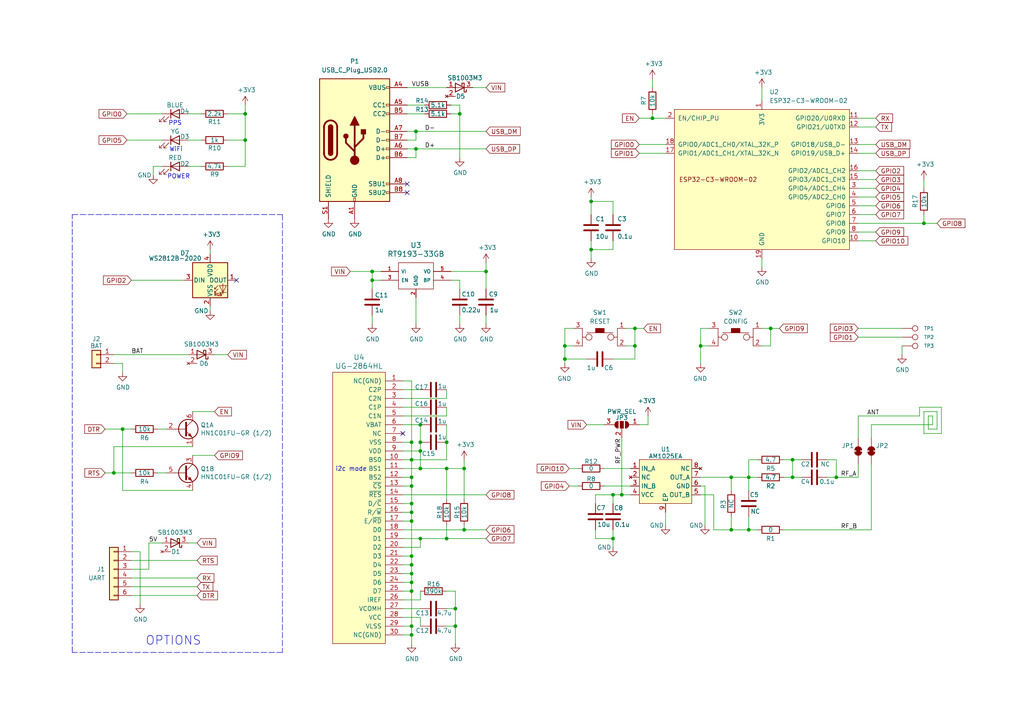
<source format=kicad_sch>
(kicad_sch (version 20250114) (generator "eeschema") (generator_version "9.0")
  (paper "A4")
  (title_block (title "JJY Simulator Rev2") (date "2025-08-03") (rev "AB") (company "しゃちらぼ"))
  (lib_symbols
    (symbol "Connector:USB_C_Receptacle_USB2.0_16P" (pin_names (offset 1.016))
      (property "Reference" "J" (at 0 22.225 0))
      (property "Value" "USB_C_Receptacle_USB2.0_16P" (at 0 19.685 0))
      (symbol "USB_C_Receptacle_USB2.0_16P_1_1"
        (pin passive line (at -7.62 -22.86 90) (length 5.08) (name "SHIELD") (number "S1"))
        (pin passive line (at 0 -22.86 90) (length 5.08) (name "GND") (number "A1"))
        (pin passive line (at 0 -22.86 90) (length 5.08) (hide yes) (name "GND") (number "A12"))
        (pin passive line (at 0 -22.86 90) (length 5.08) (hide yes) (name "GND") (number "B1"))
        (pin passive line (at 0 -22.86 90) (length 5.08) (hide yes) (name "GND") (number "B12"))
        (pin passive line (at 15.24 15.24 180) (length 5.08) (name "VBUS") (number "A4"))
        (pin passive line (at 15.24 15.24 180) (length 5.08) (hide yes) (name "VBUS") (number "A9"))
        (pin passive line (at 15.24 15.24 180) (length 5.08) (hide yes) (name "VBUS") (number "B4"))
        (pin passive line (at 15.24 15.24 180) (length 5.08) (hide yes) (name "VBUS") (number "B9"))
        (pin bidirectional line (at 15.24 10.16 180) (length 5.08) (name "CC1") (number "A5"))
        (pin bidirectional line (at 15.24 7.62 180) (length 5.08) (name "CC2") (number "B5"))
        (pin bidirectional line (at 15.24 2.54 180) (length 5.08) (name "D-") (number "A7"))
        (pin bidirectional line (at 15.24 0 180) (length 5.08) (name "D-") (number "B7"))
        (pin bidirectional line (at 15.24 -2.54 180) (length 5.08) (name "D+") (number "A6"))
        (pin bidirectional line (at 15.24 -5.08 180) (length 5.08) (name "D+") (number "B6"))
        (pin bidirectional line (at 15.24 -12.7 180) (length 5.08) (name "SBU1") (number "A8"))
        (pin bidirectional line (at 15.24 -15.24 180) (length 5.08) (name "SBU2") (number "B8"))
      )
    )
    (symbol "Connector_Generic:Conn_01x02" (pin_names (offset 1.016) (hide yes))
      (property "Reference" "J" (at 0 2.54 0))
      (property "Value" "Conn_01x02" (at 0 -5.08 0))
      (symbol "Conn_01x02_1_1"
        (pin passive line (at -5.08 0 0) (length 3.81) (name "Pin_1") (number "1"))
        (pin passive line (at -5.08 -2.54 0) (length 3.81) (name "Pin_2") (number "2"))
      )
    )
    (symbol "Connector_Generic:Conn_01x06" (pin_names (offset 1.016) (hide yes))
      (property "Reference" "J" (at 0 7.62 0))
      (property "Value" "Conn_01x06" (at 0 -10.16 0))
      (symbol "Conn_01x06_1_1"
        (pin passive line (at -5.08 5.08 0) (length 3.81) (name "Pin_1") (number "1"))
        (pin passive line (at -5.08 2.54 0) (length 3.81) (name "Pin_2") (number "2"))
        (pin passive line (at -5.08 0 0) (length 3.81) (name "Pin_3") (number "3"))
        (pin passive line (at -5.08 -2.54 0) (length 3.81) (name "Pin_4") (number "4"))
        (pin passive line (at -5.08 -5.08 0) (length 3.81) (name "Pin_5") (number "5"))
        (pin passive line (at -5.08 -7.62 0) (length 3.81) (name "Pin_6") (number "6"))
      )
    )
    (symbol "Device:C" (pin_numbers (hide yes)) (pin_names (offset 0.254))
      (property "Reference" "C" (at 0.635 2.54 0))
      (property "Value" "C" (at 0.635 -2.54 0))
      (symbol "C_1_1"
        (pin passive line (at 0 3.81 270) (length 2.794) (name "~") (number "1"))
        (pin passive line (at 0 -3.81 90) (length 2.794) (name "~") (number "2"))
      )
    )
    (symbol "Device:LED" (pin_numbers (hide yes)) (pin_names (offset 1.016) (hide yes))
      (property "Reference" "D" (at 0 2.54 0))
      (property "Value" "LED" (at 0 -2.54 0))
      (symbol "LED_1_1"
        (pin passive line (at -3.81 0 0) (length 2.54) (name "K") (number "1"))
        (pin passive line (at 3.81 0 180) (length 2.54) (name "A") (number "2"))
      )
    )
    (symbol "Device:R" (pin_numbers (hide yes)) (pin_names (offset 0))
      (property "Reference" "R" (at 2.032 0 90))
      (property "Value" "R" (at 0 0 90))
      (symbol "R_1_1"
        (pin passive line (at 0 3.81 270) (length 1.27) (name "~") (number "1"))
        (pin passive line (at 0 -3.81 90) (length 1.27) (name "~") (number "2"))
      )
    )
    (symbol "Espressif:ESP32-C3-WROOM-02" (pin_names (offset 1.016))
      (property "Reference" "U" (at -25.4 25.4 0))
      (property "Value" "ESP32-C3-WROOM-02" (at -25.4 22.86 0))
      (symbol "ESP32-C3-WROOM-02_0_0"
        (text "ESP32-C3-WROOM-02" (at -12.7 0 0) (effects (font (size 1.27 1.27))))
      )
      (symbol "ESP32-C3-WROOM-02_1_1"
        (pin input line (at -27.94 17.78 0) (length 2.54) (name "EN/CHIP_PU") (number "2"))
        (pin bidirectional line (at -27.94 10.16 0) (length 2.54) (name "GPIO0/ADC1_CH0/XTAL_32K_P") (number "18"))
        (pin bidirectional line (at -27.94 7.62 0) (length 2.54) (name "GPIO1/ADC1_CH1/XTAL_32K_N") (number "17"))
        (pin power_in line (at 0 22.86 270) (length 2.54) (name "3V3") (number "1"))
        (pin power_in line (at 0 -22.86 90) (length 2.54) (name "GND") (number "19"))
        (pin passive line (at 0 -22.86 90) (length 2.54) (hide yes) (name "GND") (number "9"))
        (pin bidirectional line (at 27.94 17.78 180) (length 2.54) (name "GPIO20/U0RXD") (number "11"))
        (pin bidirectional line (at 27.94 15.24 180) (length 2.54) (name "GPIO21/U0TXD") (number "12"))
        (pin bidirectional line (at 27.94 10.16 180) (length 2.54) (name "GPIO18/USB_D-") (number "13"))
        (pin bidirectional line (at 27.94 7.62 180) (length 2.54) (name "GPIO19/USB_D+") (number "14"))
        (pin bidirectional line (at 27.94 2.54 180) (length 2.54) (name "GPIO2/ADC1_CH2") (number "16"))
        (pin bidirectional line (at 27.94 0 180) (length 2.54) (name "GPIO3/ADC1_CH3") (number "15"))
        (pin bidirectional line (at 27.94 -2.54 180) (length 2.54) (name "GPIO4/ADC1_CH4") (number "3"))
        (pin bidirectional line (at 27.94 -5.08 180) (length 2.54) (name "GPIO5/ADC2_CH0") (number "4"))
        (pin bidirectional line (at 27.94 -7.62 180) (length 2.54) (name "GPIO6") (number "5"))
        (pin bidirectional line (at 27.94 -10.16 180) (length 2.54) (name "GPIO7") (number "6"))
        (pin bidirectional line (at 27.94 -12.7 180) (length 2.54) (name "GPIO8") (number "7"))
        (pin bidirectional line (at 27.94 -15.24 180) (length 2.54) (name "GPIO9") (number "8"))
        (pin bidirectional line (at 27.94 -17.78 180) (length 2.54) (name "GPIO10") (number "10"))
      )
    )
    (symbol "Jumper:SolderJumper_2_Bridged" (pin_numbers (hide yes)) (pin_names (offset 0) (hide yes)) (exclude_from_sim yes) (in_bom no)
      (property "Reference" "JP" (at 0 2.032 0))
      (property "Value" "SolderJumper_2_Bridged" (at 0 -2.54 0))
      (symbol "SolderJumper_2_Bridged_1_1"
        (pin passive line (at -3.81 0 0) (length 2.54) (name "A") (number "1"))
        (pin passive line (at 3.81 0 180) (length 2.54) (name "B") (number "2"))
      )
    )
    (symbol "Jumper:SolderJumper_3_Open" (pin_names (offset 0) (hide yes)) (in_bom no)
      (property "Reference" "JP" (at -2.54 -2.54 0))
      (property "Value" "SolderJumper_3_Open" (at 0 2.794 0))
      (symbol "SolderJumper_3_Open_1_1"
        (pin passive line (at -5.08 0 0) (length 2.54) (name "A") (number "1"))
        (pin passive line (at 0 -3.81 90) (length 2.54) (name "C") (number "2"))
        (pin passive line (at 5.08 0 180) (length 2.54) (name "B") (number "3"))
      )
    )
    (symbol "LED:WS2812B-2020" (pin_names (offset 0.254))
      (property "Reference" "D" (at 5.08 5.715 0))
      (property "Value" "WS2812B-2020" (at 1.27 -5.715 0))
      (symbol "WS2812B-2020_0_0"
        (text "RGB" (at 2.286 -4.191 0) (effects (font (size 0.762 0.762))))
      )
      (symbol "WS2812B-2020_1_1"
        (pin input line (at -7.62 0 0) (length 2.54) (name "DIN") (number "3"))
        (pin power_in line (at 0 7.62 270) (length 2.54) (name "VDD") (number "4"))
        (pin power_in line (at 0 -7.62 90) (length 2.54) (name "VSS") (number "2"))
        (pin output line (at 7.62 0 180) (length 2.54) (name "DOUT") (number "1"))
      )
    )
    (symbol "MY_LIB:AM1025EA"
      (property "Reference" "U" (at 0 9.144 0))
      (property "Value" "AM1025EA" (at 0 7.366 0))
      (symbol "AM1025EA_1_1"
        (pin input line (at -10.16 3.81 0) (length 2.54) (name "IN_A") (number "1"))
        (pin no_connect line (at -10.16 1.27 0) (length 2.54) (name "NC") (number "2"))
        (pin input line (at -10.16 -1.27 0) (length 2.54) (name "IN_B") (number "3"))
        (pin power_in line (at -10.16 -3.81 0) (length 2.54) (name "VCC") (number "4"))
        (pin power_in line (at 0 -8.89 90) (length 2.54) (name "EP") (number "9"))
        (pin no_connect line (at 10.16 3.81 180) (length 2.54) (name "NC") (number "8"))
        (pin output line (at 10.16 1.27 180) (length 2.54) (name "OUT_A") (number "7"))
        (pin power_in line (at 10.16 -1.27 180) (length 2.54) (name "GND") (number "6"))
        (pin output line (at 10.16 -3.81 180) (length 2.54) (name "OUT_B") (number "5"))
      )
    )
    (symbol "MY_LIB:SB1003M3" (pin_names (offset 0) (hide yes))
      (property "Reference" "D" (at 0 2.54 0))
      (property "Value" "SB1003M3" (at 0 -2.54 0))
      (symbol "SB1003M3_1_1"
        (pin passive line (at -3.81 0 0) (length 2.54) (name "K") (number "3"))
        (pin no_connect line (at 3.81 2.54 180) (length 2.54) (name "NC") (number "2"))
        (pin passive line (at 3.81 0 180) (length 2.54) (name "A") (number "1"))
      )
    )
    (symbol "MY_LIB:SW_PUSH2" (pin_names (offset 1.016) (hide yes))
      (property "Reference" "SW" (at 0.381 3.683 0))
      (property "Value" "SW_PUSH2" (at 0 -2.032 0))
      (symbol "SW_PUSH2_1_1"
        (pin passive line (at -7.62 2.54 0) (length 2.54) (name "1") (number "1"))
        (pin passive line (at -7.62 -2.54 0) (length 2.54) (name "2") (number "2"))
        (pin passive line (at 7.62 2.54 180) (length 2.54) (name "3") (number "3"))
        (pin passive line (at 7.62 -2.54 180) (length 2.54) (name "4") (number "4"))
      )
    )
    (symbol "MY_LIB:TP" (pin_numbers (hide yes)) (pin_names (offset 0.762) (hide yes))
      (property "Reference" "TP" (at 2.032 0 0))
      (symbol "TP_1_1"
        (pin passive line (at -3.81 0 0) (length 2.54) (name "1") (number "1"))
      )
    )
    (symbol "MY_LIB:UG-286HL" (pin_names (offset 1.016))
      (property "Reference" "U4" (at 0 43.688 0))
      (property "Value" "UG-2864HL" (at 0 41.148 0))
      (symbol "UG-286HL_1_1"
        (pin passive line (at 12.7 36.83 180) (length 5.08) (name "NC(GND)") (number "1"))
        (pin passive line (at 12.7 34.29 180) (length 5.08) (name "C2P") (number "2"))
        (pin passive line (at 12.7 31.75 180) (length 5.08) (name "C2N") (number "3"))
        (pin passive line (at 12.7 29.21 180) (length 5.08) (name "C1P") (number "4"))
        (pin passive line (at 12.7 26.67 180) (length 5.08) (name "C1N") (number "5"))
        (pin power_in line (at 12.7 24.13 180) (length 5.08) (name "VBAT") (number "6"))
        (pin no_connect line (at 12.7 21.59 180) (length 5.08) (name "NC") (number "7"))
        (pin power_in line (at 12.7 19.05 180) (length 5.08) (name "VSS") (number "8"))
        (pin power_in line (at 12.7 16.51 180) (length 5.08) (name "VDD") (number "9"))
        (pin passive line (at 12.7 13.97 180) (length 5.08) (name "BS0") (number "10"))
        (pin passive line (at 12.7 11.43 180) (length 5.08) (name "BS1") (number "11"))
        (pin passive line (at 12.7 8.89 180) (length 5.08) (name "BS2") (number "12"))
        (pin passive line (at 12.7 6.35 180) (length 5.08) (name "~{CS}") (number "13"))
        (pin passive line (at 12.7 3.81 180) (length 5.08) (name "~{RES}") (number "14"))
        (pin passive line (at 12.7 1.27 180) (length 5.08) (name "D/~{C}") (number "15"))
        (pin passive line (at 12.7 -1.27 180) (length 5.08) (name "R/~{W}") (number "16"))
        (pin passive line (at 12.7 -3.81 180) (length 5.08) (name "E/~{RD}") (number "17"))
        (pin passive line (at 12.7 -6.35 180) (length 5.08) (name "D0") (number "18"))
        (pin passive line (at 12.7 -8.89 180) (length 5.08) (name "D1") (number "19"))
        (pin passive line (at 12.7 -11.43 180) (length 5.08) (name "D2") (number "20"))
        (pin passive line (at 12.7 -13.97 180) (length 5.08) (name "D3") (number "21"))
        (pin passive line (at 12.7 -16.51 180) (length 5.08) (name "D4") (number "22"))
        (pin passive line (at 12.7 -19.05 180) (length 5.08) (name "D5") (number "23"))
        (pin passive line (at 12.7 -21.59 180) (length 5.08) (name "D6") (number "24"))
        (pin passive line (at 12.7 -24.13 180) (length 5.08) (name "D7") (number "25"))
        (pin passive line (at 12.7 -26.67 180) (length 5.08) (name "IREF") (number "26"))
        (pin passive line (at 12.7 -29.21 180) (length 5.08) (name "VCOMH") (number "27"))
        (pin passive line (at 12.7 -31.75 180) (length 5.08) (name "VCC") (number "28"))
        (pin passive line (at 12.7 -34.29 180) (length 5.08) (name "VLSS") (number "29"))
        (pin passive line (at 12.7 -36.83 180) (length 5.08) (name "NC(GND)") (number "30"))
      )
    )
    (symbol "RT9193-33GB_1" (pin_names (offset 0.762))
      (property "Reference" "U" (at 3.81 -4.9784 0))
      (property "Value" "RT9193-33GB" (at 0 5.08 0))
      (symbol "RT9193-33GB_1_1_1"
        (pin input line (at -10.16 1.27 0) (length 5.08) (name "VI") (number "1"))
        (pin input line (at -10.16 -1.27 0) (length 5.08) (name "EN") (number "3"))
        (pin input line (at 0 -6.35 90) (length 2.54) (name "GND") (number "2"))
        (pin power_out line (at 10.16 1.27 180) (length 5.08) (name "VO") (number "5"))
        (pin passive line (at 10.16 -1.27 180) (length 5.08) (name "BP") (number "4"))
      )
    )
    (symbol "esp32_JJY_sim-rescue:+3.3V-power" (power) (pin_names (offset 0))
      (property "Value" "power_+3.3V" (at 0 3.556 0))
      (symbol "+3.3V-power_1_1"
        (pin power_in line (at 0 0 90) (length 0) (hide yes) (name "+3V3") (number "1"))
      )
    )
    (symbol "esp32_JJY_sim-rescue:GND-power" (power) (pin_names (offset 0))
      (property "Value" "power_GND" (at 0 -3.81 0))
      (symbol "GND-power_1_1"
        (pin power_in line (at 0 0 270) (length 0) (hide yes) (name "GND") (number "1"))
      )
    )
    (symbol "esp32_JJY_sim-rescue:Q_DUAL_NPN_NPN_E1B1C2E2B2C1-Device" (pin_names (offset 0) (hide yes))
      (property "Reference" "Q" (at 5.08 1.27 0))
      (property "Value" "Device_Q_DUAL_NPN_NPN_E1B1C2E2B2C1" (at 5.08 -1.27 0))
      (symbol "Q_DUAL_NPN_NPN_E1B1C2E2B2C1-Device_1_1"
        (pin input line (at -5.08 0 0) (length 2.54) (name "B1") (number "2"))
        (pin passive line (at 2.54 5.08 270) (length 2.54) (name "C1") (number "6"))
        (pin passive line (at 2.54 -5.08 90) (length 2.54) (name "E1") (number "1"))
      )
      (symbol "Q_DUAL_NPN_NPN_E1B1C2E2B2C1-Device_2_1"
        (pin input line (at -5.08 0 0) (length 2.54) (name "B2") (number "5"))
        (pin passive line (at 2.54 5.08 270) (length 2.54) (name "C2") (number "3"))
        (pin passive line (at 2.54 -5.08 90) (length 2.54) (name "E2") (number "4"))
      )
    )
  )
  (text "OPTIONS" (at 50.292 185.928 0) (effects (font (size 2.54 2.54))))
  (text "PPS" (at 50.8 35.814 0) (effects (font (size 1.27 1.27))))
  (text "i2c mode" (at 101.854 136.144 0) (effects (font (size 1.27 1.27))))
  (text "WiFi" (at 51.054 43.434 0) (effects (font (size 1.27 1.27))))
  (text "POWER" (at 51.816 51.308 0) (effects (font (size 1.27 1.27))))
  (junction (at 120.65 43.18))
  (junction (at 119.38 163.83))
  (junction (at 163.83 104.14))
  (junction (at 119.38 184.15))
  (junction (at 119.38 128.27))
  (junction (at 121.92 130.81))
  (junction (at 223.52 95.25))
  (junction (at 119.38 151.13))
  (junction (at 229.87 133.35))
  (junction (at 163.83 100.33))
  (junction (at 119.38 161.29))
  (junction (at 129.54 128.27))
  (junction (at 119.38 171.45))
  (junction (at 267.97 64.77))
  (junction (at 184.15 95.25))
  (junction (at 129.54 135.89))
  (junction (at 132.08 176.53))
  (junction (at 217.17 138.43))
  (junction (at 189.23 34.29))
  (junction (at 212.09 153.67))
  (junction (at 119.38 168.91))
  (junction (at 121.92 135.89))
  (junction (at 184.15 100.33))
  (junction (at 140.97 78.74))
  (junction (at 212.09 138.43))
  (junction (at 121.92 123.19))
  (junction (at 107.95 78.74))
  (junction (at 242.57 138.43))
  (junction (at 71.12 40.64))
  (junction (at 71.12 33.02))
  (junction (at 119.38 146.05))
  (junction (at 119.38 148.59))
  (junction (at 35.56 124.46))
  (junction (at 121.92 156.21))
  (junction (at 134.62 135.89))
  (junction (at 107.95 81.28))
  (junction (at 119.38 166.37))
  (junction (at 119.38 140.97))
  (junction (at 119.38 138.43))
  (junction (at 120.65 38.1))
  (junction (at 217.17 153.67))
  (junction (at 177.8 156.21))
  (junction (at 119.38 133.35))
  (junction (at 134.62 153.67))
  (junction (at 180.34 143.51))
  (junction (at 33.02 137.16))
  (junction (at 177.8 143.51))
  (junction (at 171.45 72.39))
  (junction (at 203.2 100.33))
  (junction (at 119.38 181.61))
  (junction (at 229.87 138.43))
  (junction (at 171.45 58.42))
  (junction (at 132.08 181.61))
  (junction (at 121.92 128.27))
  (junction (at 133.35 33.02))
  (junction (at 129.54 156.21))
  (no_connect (at 68.58 81.28))
  (no_connect (at 118.11 55.88))
  (no_connect (at 116.84 125.73))
  (no_connect (at 118.11 53.34))
  (wire (pts (xy 177.8 58.42) (xy 171.45 58.42)))
  (wire (pts (xy 140.97 76.2) (xy 140.97 78.74)))
  (wire (pts (xy 177.8 156.21) (xy 177.8 158.75)))
  (wire (pts (xy 134.62 135.89) (xy 134.62 144.78)))
  (wire (pts (xy 267.97 54.61) (xy 267.97 52.07)))
  (wire (pts (xy 271.78 124.46) (xy 269.24 124.46)))
  (wire (pts (xy 273.05 125.73) (xy 267.97 125.73)))
  (wire (pts (xy 227.33 133.35) (xy 229.87 133.35)))
  (wire (pts (xy 185.42 34.29) (xy 189.23 34.29)))
  (wire (pts (xy 116.84 158.75) (xy 121.92 158.75)))
  (wire (pts (xy 171.45 72.39) (xy 171.45 74.93)))
  (wire (pts (xy 203.2 143.51) (xy 207.01 143.51)))
  (wire (pts (xy 242.57 133.35) (xy 240.03 133.35)))
  (wire (pts (xy 66.04 33.02) (xy 71.12 33.02)))
  (wire (pts (xy 129.54 135.89) (xy 129.54 144.78)))
  (wire (pts (xy 175.26 135.89) (xy 182.88 135.89)))
  (wire (pts (xy 116.84 130.81) (xy 121.92 130.81)))
  (wire (pts (xy 217.17 138.43) (xy 219.71 138.43)))
  (wire (pts (xy 121.92 179.07) (xy 121.92 181.61)))
  (wire (pts (xy 261.62 100.33) (xy 261.62 102.87)))
  (wire (pts (xy 116.84 181.61) (xy 119.38 181.61)))
  (wire (pts (xy 121.92 135.89) (xy 129.54 135.89)))
  (wire (pts (xy 119.38 133.35) (xy 119.38 128.27)))
  (wire (pts (xy 120.65 43.18) (xy 140.97 43.18)))
  (wire (pts (xy 33.02 102.87) (xy 54.61 102.87)))
  (wire (pts (xy 273.05 118.11) (xy 266.7 118.11)))
  (polyline (pts (xy 20.955 189.23) (xy 20.955 62.23)) (stroke (width 0) (type dash)))
  (wire (pts (xy 170.18 104.14) (xy 163.83 104.14)))
  (wire (pts (xy 248.92 120.65) (xy 248.92 127)))
  (wire (pts (xy 116.84 171.45) (xy 119.38 171.45)))
  (wire (pts (xy 248.92 52.07) (xy 254 52.07)))
  (wire (pts (xy 119.38 146.05) (xy 119.38 140.97)))
  (wire (pts (xy 181.61 95.25) (xy 184.15 95.25)))
  (wire (pts (xy 129.54 118.11) (xy 129.54 120.65)))
  (wire (pts (xy 129.54 176.53) (xy 132.08 176.53)))
  (wire (pts (xy 171.45 69.85) (xy 171.45 72.39)))
  (wire (pts (xy 248.92 120.65) (xy 266.7 120.65)))
  (wire (pts (xy 175.26 140.97) (xy 182.88 140.97)))
  (wire (pts (xy 180.34 143.51) (xy 182.88 143.51)))
  (wire (pts (xy 177.8 153.67) (xy 177.8 156.21)))
  (wire (pts (xy 229.87 138.43) (xy 232.41 138.43)))
  (wire (pts (xy 177.8 143.51) (xy 177.8 146.05)))
  (wire (pts (xy 118.11 38.1) (xy 120.65 38.1)))
  (wire (pts (xy 133.35 91.44) (xy 133.35 93.98)))
  (wire (pts (xy 116.84 138.43) (xy 119.38 138.43)))
  (wire (pts (xy 189.23 22.86) (xy 189.23 25.4)))
  (wire (pts (xy 119.38 133.35) (xy 129.54 133.35)))
  (wire (pts (xy 172.72 156.21) (xy 177.8 156.21)))
  (wire (pts (xy 30.48 124.46) (xy 35.56 124.46)))
  (wire (pts (xy 248.92 69.85) (xy 254 69.85)))
  (wire (pts (xy 130.81 33.02) (xy 133.35 33.02)))
  (wire (pts (xy 62.23 102.87) (xy 66.04 102.87)))
  (wire (pts (xy 43.18 157.48) (xy 46.99 157.48)))
  (wire (pts (xy 171.45 72.39) (xy 177.8 72.39)))
  (wire (pts (xy 220.98 77.47) (xy 220.98 74.93)))
  (wire (pts (xy 54.61 48.26) (xy 58.42 48.26)))
  (wire (pts (xy 220.98 95.25) (xy 223.52 95.25)))
  (wire (pts (xy 40.64 160.02) (xy 40.64 175.26)))
  (wire (pts (xy 270.51 120.65) (xy 270.51 123.19)))
  (wire (pts (xy 107.95 83.82) (xy 107.95 81.28)))
  (wire (pts (xy 204.47 140.97) (xy 204.47 152.4)))
  (wire (pts (xy 140.97 91.44) (xy 140.97 93.98)))
  (wire (pts (xy 177.8 58.42) (xy 177.8 62.23)))
  (wire (pts (xy 132.08 181.61) (xy 132.08 186.69)))
  (wire (pts (xy 129.54 135.89) (xy 134.62 135.89)))
  (wire (pts (xy 116.84 168.91) (xy 119.38 168.91)))
  (wire (pts (xy 38.1 167.64) (xy 57.15 167.64)))
  (wire (pts (xy 121.92 123.19) (xy 121.92 128.27)))
  (wire (pts (xy 33.02 105.41) (xy 35.56 105.41)))
  (wire (pts (xy 193.04 41.91) (xy 185.42 41.91)))
  (wire (pts (xy 266.7 120.65) (xy 266.7 118.11)))
  (wire (pts (xy 207.01 153.67) (xy 212.09 153.67)))
  (wire (pts (xy 116.84 113.03) (xy 121.92 113.03)))
  (wire (pts (xy 116.84 179.07) (xy 121.92 179.07)))
  (wire (pts (xy 223.52 95.25) (xy 223.52 100.33)))
  (wire (pts (xy 203.2 140.97) (xy 204.47 140.97)))
  (wire (pts (xy 248.92 64.77) (xy 267.97 64.77)))
  (wire (pts (xy 248.92 57.15) (xy 254 57.15)))
  (wire (pts (xy 248.92 54.61) (xy 254 54.61)))
  (wire (pts (xy 248.92 134.62) (xy 248.92 138.43)))
  (wire (pts (xy 101.6 78.74) (xy 107.95 78.74)))
  (wire (pts (xy 189.23 34.29) (xy 193.04 34.29)))
  (polyline (pts (xy 81.915 189.23) (xy 20.955 189.23)) (stroke (width 0) (type dash)))
  (wire (pts (xy 60.96 72.39) (xy 60.96 73.66)))
  (wire (pts (xy 254 67.31) (xy 248.92 67.31)))
  (wire (pts (xy 38.1 81.28) (xy 53.34 81.28)))
  (wire (pts (xy 120.65 45.72) (xy 120.65 43.18)))
  (wire (pts (xy 129.54 113.03) (xy 129.54 115.57)))
  (wire (pts (xy 116.84 148.59) (xy 119.38 148.59)))
  (wire (pts (xy 203.2 100.33) (xy 203.2 105.41)))
  (wire (pts (xy 121.92 130.81) (xy 121.92 135.89)))
  (wire (pts (xy 248.92 41.91) (xy 254 41.91)))
  (wire (pts (xy 217.17 133.35) (xy 217.17 138.43)))
  (wire (pts (xy 185.42 44.45) (xy 193.04 44.45)))
  (wire (pts (xy 119.38 184.15) (xy 119.38 186.69)))
  (wire (pts (xy 273.05 118.11) (xy 273.05 125.73)))
  (wire (pts (xy 203.2 100.33) (xy 205.74 100.33)))
  (wire (pts (xy 252.73 123.19) (xy 252.73 127)))
  (wire (pts (xy 129.54 123.19) (xy 129.54 128.27)))
  (wire (pts (xy 248.92 95.25) (xy 261.62 95.25)))
  (wire (pts (xy 119.38 168.91) (xy 119.38 166.37)))
  (wire (pts (xy 217.17 133.35) (xy 219.71 133.35)))
  (wire (pts (xy 177.8 143.51) (xy 180.34 143.51)))
  (wire (pts (xy 116.84 133.35) (xy 119.38 133.35)))
  (wire (pts (xy 130.81 30.48) (xy 133.35 30.48)))
  (wire (pts (xy 116.84 166.37) (xy 119.38 166.37)))
  (wire (pts (xy 118.11 40.64) (xy 120.65 40.64)))
  (wire (pts (xy 71.12 30.48) (xy 71.12 33.02)))
  (wire (pts (xy 171.45 57.15) (xy 171.45 58.42)))
  (wire (pts (xy 166.37 95.25) (xy 163.83 95.25)))
  (wire (pts (xy 248.92 59.69) (xy 254 59.69)))
  (wire (pts (xy 267.97 119.38) (xy 271.78 119.38)))
  (wire (pts (xy 134.62 133.35) (xy 134.62 135.89)))
  (wire (pts (xy 212.09 153.67) (xy 217.17 153.67)))
  (wire (pts (xy 54.61 40.64) (xy 58.42 40.64)))
  (wire (pts (xy 181.61 100.33) (xy 184.15 100.33)))
  (wire (pts (xy 118.11 30.48) (xy 123.19 30.48)))
  (wire (pts (xy 60.96 88.9) (xy 60.96 90.17)))
  (wire (pts (xy 217.17 149.86) (xy 217.17 153.67)))
  (wire (pts (xy 252.73 123.19) (xy 270.51 123.19)))
  (wire (pts (xy 133.35 30.48) (xy 133.35 33.02)))
  (wire (pts (xy 36.83 40.64) (xy 46.99 40.64)))
  (wire (pts (xy 116.84 161.29) (xy 119.38 161.29)))
  (wire (pts (xy 44.45 48.26) (xy 44.45 50.8)))
  (wire (pts (xy 38.1 172.72) (xy 57.15 172.72)))
  (wire (pts (xy 48.26 137.16) (xy 45.72 137.16)))
  (wire (pts (xy 121.92 173.99) (xy 116.84 173.99)))
  (wire (pts (xy 242.57 138.43) (xy 240.03 138.43)))
  (wire (pts (xy 121.92 158.75) (xy 121.92 156.21)))
  (wire (pts (xy 248.92 36.83) (xy 254 36.83)))
  (wire (pts (xy 119.38 128.27) (xy 119.38 110.49)))
  (wire (pts (xy 66.04 48.26) (xy 71.12 48.26)))
  (wire (pts (xy 116.84 184.15) (xy 119.38 184.15)))
  (wire (pts (xy 116.84 153.67) (xy 134.62 153.67)))
  (wire (pts (xy 187.96 123.19) (xy 185.42 123.19)))
  (wire (pts (xy 55.88 119.38) (xy 62.23 119.38)))
  (wire (pts (xy 132.08 171.45) (xy 132.08 176.53)))
  (wire (pts (xy 118.11 33.02) (xy 123.19 33.02)))
  (wire (pts (xy 269.24 124.46) (xy 269.24 120.65)))
  (wire (pts (xy 116.84 151.13) (xy 119.38 151.13)))
  (wire (pts (xy 203.2 138.43) (xy 212.09 138.43)))
  (wire (pts (xy 130.81 81.28) (xy 133.35 81.28)))
  (wire (pts (xy 267.97 64.77) (xy 271.78 64.77)))
  (wire (pts (xy 172.72 143.51) (xy 177.8 143.51)))
  (wire (pts (xy 120.65 40.64) (xy 120.65 38.1)))
  (wire (pts (xy 184.15 95.25) (xy 184.15 100.33)))
  (wire (pts (xy 229.87 133.35) (xy 229.87 138.43)))
  (wire (pts (xy 54.61 157.48) (xy 57.15 157.48)))
  (wire (pts (xy 248.92 44.45) (xy 254 44.45)))
  (wire (pts (xy 133.35 81.28) (xy 133.35 83.82)))
  (wire (pts (xy 242.57 138.43) (xy 248.92 138.43)))
  (wire (pts (xy 184.15 95.25) (xy 186.69 95.25)))
  (wire (pts (xy 66.04 40.64) (xy 71.12 40.64)))
  (wire (pts (xy 172.72 143.51) (xy 172.72 146.05)))
  (wire (pts (xy 203.2 95.25) (xy 203.2 100.33)))
  (wire (pts (xy 118.11 45.72) (xy 120.65 45.72)))
  (wire (pts (xy 119.38 166.37) (xy 119.38 163.83)))
  (wire (pts (xy 119.38 140.97) (xy 119.38 138.43)))
  (wire (pts (xy 129.54 156.21) (xy 140.97 156.21)))
  (wire (pts (xy 212.09 138.43) (xy 212.09 142.24)))
  (wire (pts (xy 130.81 78.74) (xy 140.97 78.74)))
  (wire (pts (xy 165.1 140.97) (xy 167.64 140.97)))
  (wire (pts (xy 223.52 100.33) (xy 220.98 100.33)))
  (wire (pts (xy 38.1 170.18) (xy 57.15 170.18)))
  (wire (pts (xy 217.17 138.43) (xy 217.17 142.24)))
  (wire (pts (xy 163.83 104.14) (xy 163.83 105.41)))
  (wire (pts (xy 120.65 86.36) (xy 120.65 93.98)))
  (wire (pts (xy 171.45 58.42) (xy 171.45 62.23)))
  (wire (pts (xy 107.95 91.44) (xy 107.95 93.98)))
  (wire (pts (xy 119.38 181.61) (xy 119.38 171.45)))
  (wire (pts (xy 116.84 146.05) (xy 119.38 146.05)))
  (polyline (pts (xy 20.955 62.23) (xy 81.915 62.23)) (stroke (width 0) (type dash)))
  (wire (pts (xy 248.92 62.23) (xy 254 62.23)))
  (wire (pts (xy 119.38 171.45) (xy 119.38 168.91)))
  (wire (pts (xy 33.02 129.54) (xy 55.88 129.54)))
  (wire (pts (xy 118.11 43.18) (xy 120.65 43.18)))
  (wire (pts (xy 187.96 120.65) (xy 187.96 123.19)))
  (wire (pts (xy 36.83 33.02) (xy 46.99 33.02)))
  (wire (pts (xy 35.56 124.46) (xy 38.1 124.46)))
  (wire (pts (xy 163.83 95.25) (xy 163.83 100.33)))
  (wire (pts (xy 177.8 69.85) (xy 177.8 72.39)))
  (wire (pts (xy 242.57 133.35) (xy 242.57 138.43)))
  (wire (pts (xy 232.41 133.35) (xy 229.87 133.35)))
  (wire (pts (xy 180.34 127) (xy 180.34 143.51)))
  (wire (pts (xy 163.83 100.33) (xy 163.83 104.14)))
  (wire (pts (xy 248.92 49.53) (xy 254 49.53)))
  (wire (pts (xy 116.84 143.51) (xy 140.97 143.51)))
  (wire (pts (xy 43.18 157.48) (xy 43.18 165.1)))
  (wire (pts (xy 118.11 25.4) (xy 129.54 25.4)))
  (wire (pts (xy 227.33 138.43) (xy 229.87 138.43)))
  (wire (pts (xy 119.38 163.83) (xy 119.38 161.29)))
  (wire (pts (xy 223.52 95.25) (xy 226.06 95.25)))
  (wire (pts (xy 119.38 161.29) (xy 119.38 151.13)))
  (wire (pts (xy 71.12 40.64) (xy 71.12 48.26)))
  (wire (pts (xy 119.38 138.43) (xy 119.38 133.35)))
  (wire (pts (xy 116.84 140.97) (xy 119.38 140.97)))
  (wire (pts (xy 71.12 33.02) (xy 71.12 40.64)))
  (wire (pts (xy 137.16 25.4) (xy 140.97 25.4)))
  (wire (pts (xy 116.84 118.11) (xy 121.92 118.11)))
  (wire (pts (xy 205.74 95.25) (xy 203.2 95.25)))
  (wire (pts (xy 248.92 97.79) (xy 261.62 97.79)))
  (wire (pts (xy 269.24 120.65) (xy 270.51 120.65)))
  (wire (pts (xy 129.54 115.57) (xy 116.84 115.57)))
  (wire (pts (xy 119.38 151.13) (xy 119.38 148.59)))
  (wire (pts (xy 55.88 132.08) (xy 62.23 132.08)))
  (wire (pts (xy 121.92 128.27) (xy 121.92 130.81)))
  (wire (pts (xy 212.09 149.86) (xy 212.09 153.67)))
  (wire (pts (xy 129.54 181.61) (xy 132.08 181.61)))
  (wire (pts (xy 33.02 137.16) (xy 38.1 137.16)))
  (wire (pts (xy 35.56 142.24) (xy 35.56 124.46)))
  (wire (pts (xy 119.38 184.15) (xy 119.38 181.61)))
  (wire (pts (xy 35.56 105.41) (xy 35.56 107.95)))
  (wire (pts (xy 207.01 143.51) (xy 207.01 153.67)))
  (wire (pts (xy 163.83 100.33) (xy 166.37 100.33)))
  (polyline (pts (xy 81.915 62.23) (xy 81.915 189.23)) (stroke (width 0) (type dash)))
  (wire (pts (xy 134.62 152.4) (xy 134.62 153.67)))
  (wire (pts (xy 116.84 123.19) (xy 121.92 123.19)))
  (wire (pts (xy 132.08 176.53) (xy 132.08 181.61)))
  (wire (pts (xy 271.78 119.38) (xy 271.78 124.46)))
  (wire (pts (xy 107.95 78.74) (xy 107.95 81.28)))
  (wire (pts (xy 35.56 142.24) (xy 55.88 142.24)))
  (wire (pts (xy 121.92 171.45) (xy 121.92 173.99)))
  (wire (pts (xy 116.84 135.89) (xy 121.92 135.89)))
  (wire (pts (xy 220.98 25.4) (xy 220.98 29.21)))
  (wire (pts (xy 175.26 123.19) (xy 170.18 123.19)))
  (wire (pts (xy 54.61 33.02) (xy 58.42 33.02)))
  (wire (pts (xy 165.1 135.89) (xy 167.64 135.89)))
  (wire (pts (xy 38.1 160.02) (xy 40.64 160.02)))
  (wire (pts (xy 248.92 34.29) (xy 254 34.29)))
  (wire (pts (xy 121.92 156.21) (xy 129.54 156.21)))
  (wire (pts (xy 129.54 152.4) (xy 129.54 156.21)))
  (wire (pts (xy 119.38 148.59) (xy 119.38 146.05)))
  (wire (pts (xy 46.99 48.26) (xy 44.45 48.26)))
  (wire (pts (xy 116.84 176.53) (xy 121.92 176.53)))
  (wire (pts (xy 140.97 83.82) (xy 140.97 78.74)))
  (wire (pts (xy 45.72 124.46) (xy 48.26 124.46)))
  (wire (pts (xy 184.15 100.33) (xy 184.15 104.14)))
  (wire (pts (xy 43.18 165.1) (xy 38.1 165.1)))
  (wire (pts (xy 172.72 153.67) (xy 172.72 156.21)))
  (wire (pts (xy 193.04 148.59) (xy 193.04 152.4)))
  (wire (pts (xy 129.54 171.45) (xy 132.08 171.45)))
  (wire (pts (xy 252.73 134.62) (xy 252.73 153.67)))
  (wire (pts (xy 267.97 125.73) (xy 267.97 119.38)))
  (wire (pts (xy 33.02 137.16) (xy 33.02 129.54)))
  (wire (pts (xy 217.17 153.67) (xy 219.71 153.67)))
  (wire (pts (xy 134.62 153.67) (xy 140.97 153.67)))
  (wire (pts (xy 116.84 156.21) (xy 121.92 156.21)))
  (wire (pts (xy 177.8 104.14) (xy 184.15 104.14)))
  (wire (pts (xy 119.38 110.49) (xy 116.84 110.49)))
  (wire (pts (xy 120.65 38.1) (xy 140.97 38.1)))
  (wire (pts (xy 227.33 153.67) (xy 252.73 153.67)))
  (wire (pts (xy 107.95 78.74) (xy 110.49 78.74)))
  (wire (pts (xy 129.54 120.65) (xy 116.84 120.65)))
  (wire (pts (xy 129.54 128.27) (xy 129.54 133.35)))
  (wire (pts (xy 116.84 128.27) (xy 119.38 128.27)))
  (wire (pts (xy 38.1 162.56) (xy 57.15 162.56)))
  (wire (pts (xy 30.48 137.16) (xy 33.02 137.16)))
  (wire (pts (xy 267.97 62.23) (xy 267.97 64.77)))
  (wire (pts (xy 110.49 81.28) (xy 107.95 81.28)))
  (wire (pts (xy 133.35 33.02) (xy 133.35 45.72)))
  (wire (pts (xy 212.09 138.43) (xy 217.17 138.43)))
  (wire (pts (xy 189.23 33.02) (xy 189.23 34.29)))
  (wire (pts (xy 116.84 163.83) (xy 119.38 163.83)))
  (label "RF_B" (at 243.84 153.67 0))
  (label "RF_PWR" (at 180.34 134.62 90))
  (label "ANT" (at 251.46 120.65 0))
  (label "D-" (at 123.19 38.1 0))
  (label "D+" (at 123.19 43.18 0))
  (label "5V" (at 43.18 157.48 0))
  (label "BAT" (at 38.1 102.87 0))
  (label "RF_A" (at 243.84 138.43 0))
  (label "VUSB" (at 119.38 25.4 0))
  (global_label "DTR" (shape input) (at 30.48 124.46 180) (property "Intersheetrefs" "${INTERSHEET_REFS}" (effects (hide yes))))
  (global_label "GPIO0" (shape input) (at 185.42 41.91 180) (property "Intersheetrefs" "${INTERSHEET_REFS}" (effects (hide yes))))
  (global_label "EN" (shape input) (at 185.42 34.29 180) (property "Intersheetrefs" "${INTERSHEET_REFS}" (effects (hide yes))))
  (global_label "DTR" (shape input) (at 57.15 172.72 0) (property "Intersheetrefs" "${INTERSHEET_REFS}" (effects (hide yes))))
  (global_label "GPIO1" (shape input) (at 185.42 44.45 180) (property "Intersheetrefs" "${INTERSHEET_REFS}" (effects (hide yes))))
  (global_label "GPIO3" (shape input) (at 254 52.07 0) (property "Intersheetrefs" "${INTERSHEET_REFS}" (effects (hide yes))))
  (global_label "GPIO5" (shape input) (at 254 57.15 0) (property "Intersheetrefs" "${INTERSHEET_REFS}" (effects (hide yes))))
  (global_label "GPIO4" (shape input) (at 254 54.61 0) (property "Intersheetrefs" "${INTERSHEET_REFS}" (effects (hide yes))))
  (global_label "GPIO2" (shape input) (at 254 49.53 0) (property "Intersheetrefs" "${INTERSHEET_REFS}" (effects (hide yes))))
  (global_label "GPIO10" (shape input) (at 165.1 135.89 180) (property "Intersheetrefs" "${INTERSHEET_REFS}" (effects (hide yes))))
  (global_label "GPIO7" (shape input) (at 140.97 156.21 0) (property "Intersheetrefs" "${INTERSHEET_REFS}" (effects (hide yes))))
  (global_label "GPIO10" (shape input) (at 254 69.85 0) (property "Intersheetrefs" "${INTERSHEET_REFS}" (effects (hide yes))))
  (global_label "GPIO9" (shape input) (at 254 67.31 0) (property "Intersheetrefs" "${INTERSHEET_REFS}" (effects (hide yes))))
  (global_label "TX" (shape input) (at 57.15 170.18 0) (property "Intersheetrefs" "${INTERSHEET_REFS}" (effects (hide yes))))
  (global_label "GPIO6" (shape input) (at 140.97 153.67 0) (property "Intersheetrefs" "${INTERSHEET_REFS}" (effects (hide yes))))
  (global_label "GPIO8" (shape input) (at 271.78 64.77 0) (property "Intersheetrefs" "${INTERSHEET_REFS}" (effects (hide yes))))
  (global_label "GPIO7" (shape input) (at 254 62.23 0) (property "Intersheetrefs" "${INTERSHEET_REFS}" (effects (hide yes))))
  (global_label "USB_DM" (shape input) (at 254 41.91 0) (property "Intersheetrefs" "${INTERSHEET_REFS}" (effects (hide yes))))
  (global_label "GPIO6" (shape input) (at 254 59.69 0) (property "Intersheetrefs" "${INTERSHEET_REFS}" (effects (hide yes))))
  (global_label "EN" (shape input) (at 62.23 119.38 0) (property "Intersheetrefs" "${INTERSHEET_REFS}" (effects (hide yes))))
  (global_label "GPIO5" (shape input) (at 36.83 40.64 180) (property "Intersheetrefs" "${INTERSHEET_REFS}" (effects (hide yes))))
  (global_label "RTS" (shape input) (at 57.15 162.56 0) (property "Intersheetrefs" "${INTERSHEET_REFS}" (effects (hide yes))))
  (global_label "VIN" (shape input) (at 101.6 78.74 180) (property "Intersheetrefs" "${INTERSHEET_REFS}" (effects (hide yes))))
  (global_label "RX" (shape input) (at 57.15 167.64 0) (property "Intersheetrefs" "${INTERSHEET_REFS}" (effects (hide yes))))
  (global_label "VIN" (shape input) (at 57.15 157.48 0) (property "Intersheetrefs" "${INTERSHEET_REFS}" (effects (hide yes))))
  (global_label "GPIO9" (shape input) (at 226.06 95.25 0) (property "Intersheetrefs" "${INTERSHEET_REFS}" (effects (hide yes))))
  (global_label "VIN" (shape input) (at 170.18 123.19 180) (property "Intersheetrefs" "${INTERSHEET_REFS}" (effects (hide yes))))
  (global_label "GPIO1" (shape input) (at 248.92 97.79 180) (property "Intersheetrefs" "${INTERSHEET_REFS}" (effects (hide yes))))
  (global_label "USB_DP" (shape input) (at 254 44.45 0) (property "Intersheetrefs" "${INTERSHEET_REFS}" (effects (hide yes))))
  (global_label "TX" (shape input) (at 254 36.83 0) (property "Intersheetrefs" "${INTERSHEET_REFS}" (effects (hide yes))))
  (global_label "USB_DM" (shape input) (at 140.97 38.1 0) (property "Intersheetrefs" "${INTERSHEET_REFS}" (effects (hide yes))))
  (global_label "GPIO3" (shape input) (at 248.92 95.25 180) (property "Intersheetrefs" "${INTERSHEET_REFS}" (effects (hide yes))))
  (global_label "GPIO0" (shape input) (at 36.83 33.02 180) (property "Intersheetrefs" "${INTERSHEET_REFS}" (effects (hide yes))))
  (global_label "GPIO4" (shape input) (at 165.1 140.97 180) (property "Intersheetrefs" "${INTERSHEET_REFS}" (effects (hide yes))))
  (global_label "VIN" (shape input) (at 140.97 25.4 0) (property "Intersheetrefs" "${INTERSHEET_REFS}" (effects (hide yes))))
  (global_label "RX" (shape input) (at 254 34.29 0) (property "Intersheetrefs" "${INTERSHEET_REFS}" (effects (hide yes))))
  (global_label "USB_DP" (shape input) (at 140.97 43.18 0) (property "Intersheetrefs" "${INTERSHEET_REFS}" (effects (hide yes))))
  (global_label "RTS" (shape input) (at 30.48 137.16 180) (property "Intersheetrefs" "${INTERSHEET_REFS}" (effects (hide yes))))
  (global_label "EN" (shape input) (at 186.69 95.25 0) (property "Intersheetrefs" "${INTERSHEET_REFS}" (effects (hide yes))))
  (global_label "GPIO8" (shape input) (at 140.97 143.51 0) (property "Intersheetrefs" "${INTERSHEET_REFS}" (effects (hide yes))))
  (global_label "GPIO9" (shape input) (at 62.23 132.08 0) (property "Intersheetrefs" "${INTERSHEET_REFS}" (effects (hide yes))))
  (global_label "VIN" (shape input) (at 66.04 102.87 0) (property "Intersheetrefs" "${INTERSHEET_REFS}" (effects (hide yes))))
  (global_label "GPIO2" (shape input) (at 38.1 81.28 180) (property "Intersheetrefs" "${INTERSHEET_REFS}" (effects (hide yes))))
  (symbol (lib_id "esp32_JJY_sim-rescue:Q_DUAL_NPN_NPN_E1B1C2E2B2C1-Device") (at 53.34 124.46 0) (unit 1)
    (property "Reference" "Q1" (at 58.166 123.2916 0) (effects (justify left)))
    (property "Value" "HN1C01FU-GR (1/2)" (at 58.166 125.603 0) (effects (justify left)))
    (property "Footprint" "MY_LIB:2-2J1A" (effects (hide yes)))
  )
  (symbol (lib_id "esp32_JJY_sim-rescue:Q_DUAL_NPN_NPN_E1B1C2E2B2C1-Device") (at 53.34 137.16 0) (unit 2)
    (property "Reference" "Q1" (at 58.166 135.9916 0) (effects (justify left)))
    (property "Value" "HN1C01FU-GR (1/2)" (at 58.166 138.303 0) (effects (justify left)))
    (property "Footprint" "MY_LIB:2-2J1A" (effects (hide yes)))
  )
  (symbol (lib_id "Device:C") (at 173.99 104.14 90) (mirror x) (unit 1)
    (property "Reference" "C6" (at 176.53 106.68 90))
    (property "Value" "1u" (at 171.45 106.68 90))
    (property "Footprint" "Capacitor_SMD:C_0603_1608Metric" (effects (hide yes)))
  )
  (symbol (lib_id "MY_LIB:SW_PUSH2") (at 173.99 97.79 0) (mirror y) (unit 1)
    (property "Reference" "SW1" (at 173.99 90.6526 0))
    (property "Value" "RESET" (at 173.99 93.218 0))
    (property "Footprint" "MY_LIB:SKRPACE010" (effects (hide yes)))
  )
  (symbol (lib_id "Device:R") (at 41.91 124.46 90) (unit 1)
    (property "Reference" "R6" (at 41.91 127 90))
    (property "Value" "10k" (at 41.91 124.46 90))
    (property "Footprint" "Resistor_SMD:R_0603_1608Metric" (effects (hide yes)))
  )
  (symbol (lib_id "Device:R") (at 41.91 137.16 90) (unit 1)
    (property "Reference" "R4" (at 41.91 139.7 90))
    (property "Value" "10k" (at 41.91 137.16 90))
    (property "Footprint" "Resistor_SMD:R_0603_1608Metric" (effects (hide yes)))
  )
  (symbol (lib_id "Device:LED") (at 50.8 40.64 0) (unit 1)
    (property "Reference" "D3" (at 53.594 39.624 0))
    (property "Value" "YG" (at 50.8 38.1 0))
    (property "Footprint" "LED_SMD:LED_0603_1608Metric" (effects (hide yes)))
  )
  (symbol (lib_id "Device:R") (at 62.23 40.64 270) (unit 1)
    (property "Reference" "R10" (at 62.23 42.926 90))
    (property "Value" "1k" (at 62.23 40.64 90))
    (property "Footprint" "Resistor_SMD:R_0603_1608Metric" (effects (hide yes)))
  )
  (symbol (lib_id "Device:R") (at 189.23 29.21 0) (unit 1)
    (property "Reference" "R7" (at 186.69 29.21 90))
    (property "Value" "10k" (at 189.23 29.21 90))
    (property "Footprint" "Resistor_SMD:R_0603_1608Metric" (effects (hide yes)))
  )
  (symbol (lib_id "Device:C") (at 177.8 66.04 0) (unit 1)
    (property "Reference" "C3" (at 179.07 63.5 0) (effects (justify left)))
    (property "Value" "0.1u" (at 179.07 68.58 0) (effects (justify left)))
    (property "Footprint" "Capacitor_SMD:C_0603_1608Metric" (effects (hide yes)))
  )
  (symbol (lib_id "esp32_JJY_sim-rescue:GND-power") (at 120.65 93.98 0) (unit 1)
    (property "Reference" "#PWR012" (effects (hide yes)))
    (property "Value" "GND" (at 120.777 98.3742 0))
  )
  (symbol (lib_id "Device:C") (at 107.95 87.63 0) (unit 1)
    (property "Reference" "C11" (at 108.712 85.598 0) (effects (justify left)))
    (property "Value" "1u" (at 108.712 89.916 0) (effects (justify left)))
    (property "Footprint" "Capacitor_SMD:C_0603_1608Metric" (effects (hide yes)))
  )
  (symbol (lib_id "Device:C") (at 140.97 87.63 0) (unit 1)
    (property "Reference" "C9" (at 141.732 85.344 0) (effects (justify left)))
    (property "Value" "1u" (at 141.986 89.916 0) (effects (justify left)))
    (property "Footprint" "Capacitor_SMD:C_0603_1608Metric" (effects (hide yes)))
  )
  (symbol (lib_id "esp32_JJY_sim-rescue:GND-power") (at 140.97 93.98 0) (unit 1)
    (property "Reference" "#PWR014" (effects (hide yes)))
    (property "Value" "GND" (at 141.097 98.3742 0))
  )
  (symbol (lib_id "esp32_JJY_sim-rescue:GND-power") (at 107.95 93.98 0) (unit 1)
    (property "Reference" "#PWR08" (effects (hide yes)))
    (property "Value" "GND" (at 108.077 98.3742 0))
  )
  (symbol (lib_id "esp32_JJY_sim-rescue:GND-power") (at 163.83 105.41 0) (mirror y) (unit 1)
    (property "Reference" "#PWR09" (effects (hide yes)))
    (property "Value" "GND" (at 163.703 109.8042 0))
  )
  (symbol (lib_id "esp32_JJY_sim-rescue:+3.3V-power") (at 220.98 25.4 0) (unit 1)
    (property "Reference" "#PWR027" (effects (hide yes)))
    (property "Value" "+3V3" (at 221.361 21.0058 0))
  )
  (symbol (lib_id "Device:C") (at 171.45 66.04 0) (unit 1)
    (property "Reference" "C1" (at 172.72 63.5 0) (effects (justify left)))
    (property "Value" "10u" (at 172.72 68.58 0) (effects (justify left)))
    (property "Footprint" "Capacitor_SMD:C_0603_1608Metric" (effects (hide yes)))
  )
  (symbol (lib_id "esp32_JJY_sim-rescue:GND-power") (at 171.45 74.93 0) (unit 1)
    (property "Reference" "#PWR018" (effects (hide yes)))
    (property "Value" "GND" (at 171.577 79.3242 0))
  )
  (symbol (lib_id "esp32_JJY_sim-rescue:+3.3V-power") (at 140.97 76.2 0) (unit 1)
    (property "Reference" "#PWR015" (effects (hide yes)))
    (property "Value" "+3V3" (at 141.351 71.8058 0))
  )
  (symbol (lib_id "Device:R") (at 223.52 153.67 270) (unit 1)
    (property "Reference" "R1" (at 223.52 156.21 90))
    (property "Value" "0" (at 223.52 153.67 90))
    (property "Footprint" "Resistor_SMD:R_0603_1608Metric" (effects (hide yes)))
  )
  (symbol (lib_id "Device:C") (at 236.22 138.43 90) (unit 1)
    (property "Reference" "C4" (at 234.95 139.7 90) (effects (justify left)))
    (property "Value" "0.1u" (at 242.062 139.7 90) (effects (justify left)))
    (property "Footprint" "Capacitor_SMD:C_0603_1608Metric" (effects (hide yes)))
  )
  (symbol (lib_id "Device:LED") (at 50.8 48.26 0) (unit 1)
    (property "Reference" "D2" (at 53.594 47.498 0))
    (property "Value" "RED" (at 50.8 45.72 0))
    (property "Footprint" "LED_SMD:LED_0603_1608Metric" (effects (hide yes)))
  )
  (symbol (lib_id "esp32_JJY_sim-rescue:+3.3V-power") (at 134.62 133.35 0) (unit 1)
    (property "Reference" "#PWR07" (effects (hide yes)))
    (property "Value" "+3V3" (at 135.001 128.9558 0))
  )
  (symbol (lib_id "Jumper:SolderJumper_3_Open") (at 180.34 123.19 0) (mirror y) (unit 1) (in_bom no)
    (property "Reference" "JP3" (at 180.34 121.158 0))
    (property "Value" "PWR_SEL" (at 180.34 119.38 0))
    (property "Footprint" "Jumper:SolderJumper-3_P1.3mm_Open_RoundedPad1.0x1.5mm_NumberLabels" (effects (hide yes)))
    (property "Description" "Solder Jumper, 3-pole, open" (effects (hide yes)))
  )
  (symbol (lib_id "esp32_JJY_sim-rescue:GND-power") (at 35.56 107.95 0) (unit 1)
    (property "Reference" "#PWR03" (effects (hide yes)))
    (property "Value" "GND" (at 35.687 112.3442 0))
  )
  (symbol (lib_id "Device:R") (at 125.73 171.45 90) (unit 1)
    (property "Reference" "R16" (at 125.73 169.418 90))
    (property "Value" "390k" (at 125.73 171.45 90))
    (property "Footprint" "Resistor_SMD:R_0603_1608Metric" (effects (hide yes)))
  )
  (symbol (lib_id "Device:R") (at 134.62 148.59 180) (unit 1)
    (property "Reference" "R15" (at 132.588 148.59 90))
    (property "Value" "10k" (at 134.62 148.59 90))
    (property "Footprint" "Resistor_SMD:R_0603_1608Metric" (effects (hide yes)))
  )
  (symbol (lib_id "MY_LIB:SB1003M3") (at 133.35 25.4 180) (unit 1)
    (property "Reference" "D5" (at 134.9376 27.94 0) (effects (justify left)))
    (property "Value" "SB1003M3" (at 139.954 22.606 0) (effects (justify left)))
    (property "Footprint" "Package_TO_SOT_SMD:SOT-323_SC-70" (effects (hide yes)))
    (property "Datasheet" "https://www.onsemi.jp/download/data-sheet/pdf/sb1003m3jp-d.pdf" (effects (hide yes)))
    (property "Description" "Schottky diode, 30V, 1A, Sanyo Semiconductors, onsemi" (effects (hide yes)))
    (property "Sim.Device" "D" (effects (hide yes)))
    (property "Sim.Pins" "1=K 2=A" (effects (hide yes)))
  )
  (symbol (lib_id "esp32_JJY_sim-rescue:GND-power") (at 40.64 175.26 0) (unit 1)
    (property "Reference" "#PWR011" (effects (hide yes)))
    (property "Value" "GND" (at 40.767 179.6542 0))
  )
  (symbol (lib_id "Device:C") (at 125.73 128.27 90) (unit 1)
    (property "Reference" "C15" (at 126.238 131.572 90) (effects (justify left)))
    (property "Value" "1u" (at 129.54 126.746 90) (effects (justify left)))
    (property "Footprint" "Capacitor_SMD:C_0603_1608Metric" (effects (hide yes)))
  )
  (symbol (lib_name "RT9193-33GB_1") (lib_id "MY_LIB:RT9193-33GB") (at 120.65 80.01 0) (unit 1)
    (property "Reference" "U3" (at 120.65 71.12 0) (effects (font (size 1.524 1.524))))
    (property "Value" "RT9193-33GB" (at 120.65 73.66 0) (effects (font (size 1.524 1.524))))
    (property "Footprint" "Package_TO_SOT_SMD:SOT-23-5" (effects (hide yes)))
    (property "Description" "3.3V 300mA, Ultra-Low Noise, Ultra-Fast CMOS LDO Regulator" (effects (hide yes)))
  )
  (symbol (lib_id "Device:R") (at 62.23 33.02 270) (unit 1)
    (property "Reference" "R11" (at 62.23 35.306 90))
    (property "Value" "2.2k" (at 62.23 33.02 90))
    (property "Footprint" "Resistor_SMD:R_0603_1608Metric" (effects (hide yes)))
  )
  (symbol (lib_id "esp32_JJY_sim-rescue:+3.3V-power") (at 71.12 30.48 0) (unit 1)
    (property "Reference" "#PWR019" (effects (hide yes)))
    (property "Value" "+3V3" (at 71.501 26.0858 0))
  )
  (symbol (lib_id "MY_LIB:SW_PUSH2") (at 213.36 97.79 0) (mirror y) (unit 1)
    (property "Reference" "SW2" (at 213.36 90.6526 0))
    (property "Value" "CONFIG" (at 213.36 93.218 0))
    (property "Footprint" "MY_LIB:SKRPACE010" (effects (hide yes)))
  )
  (symbol (lib_id "esp32_JJY_sim-rescue:GND-power") (at 102.87 63.5 0) (unit 1)
    (property "Reference" "#PWR02" (effects (hide yes)))
    (property "Value" "GND" (at 102.997 67.8942 0))
  )
  (symbol (lib_id "Device:C") (at 177.8 149.86 0) (unit 1)
    (property "Reference" "C8" (at 178.054 147.32 0) (effects (justify left)))
    (property "Value" "0.1u" (at 178.308 152.146 0) (effects (justify left)))
    (property "Footprint" "Capacitor_SMD:C_0603_1608Metric" (effects (hide yes)))
  )
  (symbol (lib_id "Device:R") (at 223.52 133.35 270) (unit 1)
    (property "Reference" "R5" (at 223.52 135.89 90))
    (property "Value" "4.7" (at 223.52 133.35 90))
    (property "Footprint" "Resistor_SMD:R_0603_1608Metric" (effects (hide yes)))
  )
  (symbol (lib_id "Espressif:ESP32-C3-WROOM-02") (at 220.98 52.07 0) (unit 1)
    (property "Reference" "U2" (at 223.1741 26.67 0) (effects (justify left)))
    (property "Value" "ESP32-C3-WROOM-02" (at 223.1741 29.21 0) (effects (justify left)))
    (property "Footprint" "RF_Module:ESP32-C3-WROOM-02" (effects (hide yes)))
    (property "Datasheet" "https://www.espressif.com/sites/default/files/documentation/esp32-c3-wroom-02_datasheet_en.pdf" (effects (hide yes)))
    (property "Description" "ESP32-C3-WROOM-02 is a general-purpose Wi-Fi and Bluetooth LE module. This module features a rich set of peripherals and high performance, which makes it an ideal choice for smart home, industrial automation, health care, consumer electronics, etc." (effects (hide yes)))
  )
  (symbol (lib_id "MY_LIB:TP") (at 265.43 100.33 0) (unit 1)
    (property "Reference" "TP3" (at 267.97 100.3299 0) (effects (font (size 1.016 1.016)) (justify left)))
    (property "Value" "TP" (effects (hide yes)))
    (property "Footprint" "TestPoint:TestPoint_THTPad_D1.5mm_Drill0.7mm" (effects (hide yes)))
    (property "Description" "1 pin" (effects (hide yes)))
  )
  (symbol (lib_id "esp32_JJY_sim-rescue:GND-power") (at 132.08 186.69 0) (unit 1)
    (property "Reference" "#PWR05" (effects (hide yes)))
    (property "Value" "GND" (at 132.207 191.0842 0))
  )
  (symbol (lib_id "esp32_JJY_sim-rescue:GND-power") (at 60.96 90.17 0) (unit 1)
    (property "Reference" "#PWR020" (effects (hide yes)))
    (property "Value" "GND" (at 58.42 90.17 0))
  )
  (symbol (lib_id "Connector_Generic:Conn_01x02") (at 27.94 102.87 0) (mirror y) (unit 1)
    (property "Reference" "J2" (at 27.94 98.298 0))
    (property "Value" "BAT" (at 27.94 100.33 0))
    (property "Footprint" "MY_LIB:JST_ZH_S2B-ZR_02x1.5mm_Angled" (effects (hide yes)))
    (property "Description" "Generic connector, single row, 01x02, script generated (kicad-library-utils/schlib/autogen/connector/)" (effects (hide yes)))
  )
  (symbol (lib_id "Jumper:SolderJumper_2_Bridged") (at 248.92 130.81 90) (unit 1) (exclude_from_sim yes) (in_bom no)
    (property "Reference" "JP1" (at 244.094 129.286 90) (effects (justify right)))
    (property "Value" "ANT-A" (effects (hide yes)))
    (property "Footprint" "MY_LIB:Jumper-2_TH_3.81mm" (effects (hide yes)))
    (property "Description" "Solder Jumper, 2-pole, closed/bridged" (effects (hide yes)))
  )
  (symbol (lib_id "LED:WS2812B-2020") (at 60.96 81.28 0) (unit 1)
    (property "Reference" "D7" (at 53.594 73.406 0))
    (property "Value" "WS2812B-2020" (at 50.8 74.93 0))
    (property "Footprint" "LED_SMD:LED_WS2812B-2020_PLCC4_2.0x2.0mm" (effects (hide yes)))
    (property "Datasheet" "https://cdn-shop.adafruit.com/product-files/4684/4684_WS2812B-2020_V1.3_EN.pdf" (effects (hide yes)))
    (property "Description" "RGB LED with integrated controller, 2.0 x 2.0 mm, 12 mA" (effects (hide yes)))
  )
  (symbol (lib_id "MY_LIB:TP") (at 265.43 97.79 0) (unit 1)
    (property "Reference" "TP2" (at 267.97 97.7899 0) (effects (font (size 1.016 1.016)) (justify left)))
    (property "Value" "TP" (effects (hide yes)))
    (property "Footprint" "TestPoint:TestPoint_THTPad_D1.5mm_Drill0.7mm" (effects (hide yes)))
    (property "Description" "1 pin" (effects (hide yes)))
  )
  (symbol (lib_id "esp32_JJY_sim-rescue:GND-power") (at 204.47 152.4 0) (unit 1)
    (property "Reference" "#PWR022" (effects (hide yes)))
    (property "Value" "GND" (at 201.93 152.4 0))
  )
  (symbol (lib_id "esp32_JJY_sim-rescue:GND-power") (at 95.25 63.5 0) (unit 1)
    (property "Reference" "#PWR01" (effects (hide yes)))
    (property "Value" "GND" (at 95.377 67.8942 0))
  )
  (symbol (lib_id "MY_LIB:TP") (at 265.43 95.25 0) (unit 1)
    (property "Reference" "TP1" (at 267.97 95.2499 0) (effects (font (size 1.016 1.016)) (justify left)))
    (property "Value" "TP" (effects (hide yes)))
    (property "Footprint" "TestPoint:TestPoint_THTPad_D1.5mm_Drill0.7mm" (effects (hide yes)))
    (property "Description" "1 pin" (effects (hide yes)))
  )
  (symbol (lib_id "esp32_JJY_sim-rescue:GND-power") (at 193.04 152.4 0) (unit 1)
    (property "Reference" "#PWR017" (effects (hide yes)))
    (property "Value" "GND" (at 190.5 152.4 0))
  )
  (symbol (lib_id "esp32_JJY_sim-rescue:GND-power") (at 261.62 102.87 0) (unit 1)
    (property "Reference" "#PWR029" (effects (hide yes)))
    (property "Value" "GND" (at 261.747 107.2642 0))
  )
  (symbol (lib_id "Device:R") (at 129.54 148.59 180) (unit 1)
    (property "Reference" "R18" (at 127.508 148.59 90))
    (property "Value" "10k" (at 129.54 148.59 90))
    (property "Footprint" "Resistor_SMD:R_0603_1608Metric" (effects (hide yes)))
  )
  (symbol (lib_id "Device:R") (at 212.09 146.05 0) (unit 1)
    (property "Reference" "R3" (at 209.804 146.304 90))
    (property "Value" "NC" (at 212.09 146.05 90))
    (property "Footprint" "Resistor_SMD:R_0603_1608Metric" (effects (hide yes)))
  )
  (symbol (lib_id "Device:R") (at 127 33.02 90) (unit 1)
    (property "Reference" "R13" (at 122.428 31.75 90))
    (property "Value" "5.1k" (at 127 33.02 90))
    (property "Footprint" "Resistor_SMD:R_0603_1608Metric" (effects (hide yes)))
    (property "Description" "Resistor" (effects (hide yes)))
  )
  (symbol (lib_id "Device:C") (at 236.22 133.35 90) (unit 1)
    (property "Reference" "C2" (at 234.95 134.62 90) (effects (justify left)))
    (property "Value" "NC" (at 240.792 134.62 90) (effects (justify left)))
    (property "Footprint" "Capacitor_SMD:C_0603_1608Metric" (effects (hide yes)))
  )
  (symbol (lib_id "esp32_JJY_sim-rescue:GND-power") (at 119.38 186.69 0) (unit 1)
    (property "Reference" "#PWR04" (effects (hide yes)))
    (property "Value" "GND" (at 119.507 191.0842 0))
  )
  (symbol (lib_id "Connector_Generic:Conn_01x06") (at 33.02 165.1 0) (mirror y) (unit 1)
    (property "Reference" "J1" (at 30.48 165.0999 0) (effects (justify left)))
    (property "Value" "UART" (at 30.48 167.6399 0) (effects (justify left)))
    (property "Footprint" "Connector_PinHeader_2.54mm:PinHeader_1x06_P2.54mm_Horizontal" (effects (hide yes)))
    (property "Description" "Generic connector, single row, 01x06, script generated (kicad-library-utils/schlib/autogen/connector/)" (effects (hide yes)))
  )
  (symbol (lib_id "Device:R") (at 171.45 140.97 270) (unit 1)
    (property "Reference" "R8" (at 171.45 138.938 90))
    (property "Value" "0" (at 171.45 140.97 90))
    (property "Footprint" "Resistor_SMD:R_0603_1608Metric" (effects (hide yes)))
  )
  (symbol (lib_id "MY_LIB:AM1025EA") (at 193.04 139.7 0) (unit 1)
    (property "Reference" "U1" (at 193.04 130.302 0))
    (property "Value" "AM1025EA" (at 193.04 132.334 0))
    (property "Footprint" "MY_LIB:eSOP-8_3.9x5.05mm_EP_3.1x2.2mm_P1.27mm" (effects (hide yes)))
    (property "Description" "Motor Driver IC" (effects (hide yes)))
  )
  (symbol (lib_id "esp32_JJY_sim-rescue:+3.3V-power") (at 189.23 22.86 0) (unit 1)
    (property "Reference" "#PWR026" (effects (hide yes)))
    (property "Value" "+3V3" (at 189.611 18.4658 0))
  )
  (symbol (lib_id "Device:LED") (at 50.8 33.02 0) (unit 1)
    (property "Reference" "D4" (at 53.594 32.258 0))
    (property "Value" "BLUE" (at 50.8 30.48 0))
    (property "Footprint" "LED_SMD:LED_0603_1608Metric" (effects (hide yes)))
  )
  (symbol (lib_id "Device:R") (at 127 30.48 90) (unit 1)
    (property "Reference" "R14" (at 122.428 29.21 90))
    (property "Value" "5.1k" (at 127 30.48 90))
    (property "Footprint" "Resistor_SMD:R_0603_1608Metric" (effects (hide yes)))
    (property "Description" "Resistor" (effects (hide yes)))
  )
  (symbol (lib_id "esp32_JJY_sim-rescue:+3.3V-power") (at 60.96 72.39 0) (unit 1)
    (property "Reference" "#PWR021" (effects (hide yes)))
    (property "Value" "+3V3" (at 61.341 67.9958 0))
  )
  (symbol (lib_id "MY_LIB:SB1003M3") (at 50.8 157.48 180) (unit 1)
    (property "Reference" "D1" (at 52.324 160.02 0) (effects (justify left)))
    (property "Value" "SB1003M3" (at 55.88 154.432 0) (effects (justify left)))
    (property "Footprint" "Package_TO_SOT_SMD:SOT-323_SC-70" (effects (hide yes)))
    (property "Datasheet" "https://www.onsemi.jp/download/data-sheet/pdf/sb1003m3jp-d.pdf" (effects (hide yes)))
    (property "Description" "Schottky diode, 30V, 1A, Sanyo Semiconductors, onsemi" (effects (hide yes)))
    (property "Sim.Device" "D" (effects (hide yes)))
    (property "Sim.Pins" "1=K 2=A" (effects (hide yes)))
  )
  (symbol (lib_id "Device:R") (at 171.45 135.89 270) (unit 1)
    (property "Reference" "R12" (at 171.45 133.858 90))
    (property "Value" "0" (at 171.45 135.89 90))
    (property "Footprint" "Resistor_SMD:R_0603_1608Metric" (effects (hide yes)))
  )
  (symbol (lib_id "Jumper:SolderJumper_2_Bridged") (at 252.73 130.81 90) (unit 1) (exclude_from_sim yes) (in_bom no)
    (property "Reference" "JP2" (at 254 129.286 90) (effects (justify right)))
    (property "Value" "GND" (effects (hide yes)))
    (property "Footprint" "MY_LIB:Jumper-2_TH_3.81mm" (effects (hide yes)))
    (property "Description" "Solder Jumper, 2-pole, closed/bridged" (effects (hide yes)))
  )
  (symbol (lib_id "MY_LIB:SB1003M3") (at 58.42 102.87 180) (unit 1)
    (property "Reference" "D6" (at 59.182 105.41 0))
    (property "Value" "SB1003M3" (at 58.42 99.822 0))
    (property "Footprint" "Package_TO_SOT_SMD:SOT-323_SC-70" (effects (hide yes)))
    (property "Datasheet" "https://www.onsemi.jp/download/data-sheet/pdf/sb1003m3jp-d.pdf" (effects (hide yes)))
    (property "Description" "Schottky diode, 30V, 1A, Sanyo Semiconductors, onsemi" (effects (hide yes)))
    (property "Sim.Device" "D" (effects (hide yes)))
    (property "Sim.Pins" "1=K 2=A" (effects (hide yes)))
  )
  (symbol (lib_id "esp32_JJY_sim-rescue:+3.3V-power") (at 187.96 120.65 0) (mirror y) (unit 1)
    (property "Reference" "#PWR024" (effects (hide yes)))
    (property "Value" "+3V3" (at 187.579 116.2558 0))
  )
  (symbol (lib_id "Device:C") (at 125.73 181.61 90) (unit 1)
    (property "Reference" "C12" (at 124.46 182.88 90) (effects (justify left)))
    (property "Value" "4.7u" (at 131.064 182.88 90) (effects (justify left)))
    (property "Footprint" "Capacitor_SMD:C_0603_1608Metric" (effects (hide yes)))
  )
  (symbol (lib_id "esp32_JJY_sim-rescue:+3.3V-power") (at 171.45 57.15 0) (unit 1)
    (property "Reference" "#PWR031" (effects (hide yes)))
    (property "Value" "+3V3" (at 171.831 52.7558 0))
  )
  (symbol (lib_id "Device:R") (at 62.23 48.26 270) (unit 1)
    (property "Reference" "R9" (at 62.23 50.546 90))
    (property "Value" "4.7k" (at 62.23 48.26 90))
    (property "Footprint" "Resistor_SMD:R_0603_1608Metric" (effects (hide yes)))
  )
  (symbol (lib_id "Device:C") (at 125.73 113.03 90) (unit 1)
    (property "Reference" "C17" (at 124.206 112.268 90) (effects (justify left)))
    (property "Value" "1u" (at 129.54 112.014 90) (effects (justify left)))
    (property "Footprint" "Capacitor_SMD:C_0603_1608Metric" (effects (hide yes)))
  )
  (symbol (lib_id "Device:C") (at 125.73 176.53 90) (unit 1)
    (property "Reference" "C13" (at 124.46 177.8 90) (effects (justify left)))
    (property "Value" "4.7u" (at 131.064 177.8 90) (effects (justify left)))
    (property "Footprint" "Capacitor_SMD:C_0603_1608Metric" (effects (hide yes)))
  )
  (symbol (lib_id "esp32_JJY_sim-rescue:GND-power") (at 133.35 93.98 0) (unit 1)
    (property "Reference" "#PWR013" (effects (hide yes)))
    (property "Value" "GND" (at 133.477 98.3742 0))
  )
  (symbol (lib_id "Device:R") (at 223.52 138.43 270) (unit 1)
    (property "Reference" "R2" (at 223.52 140.97 90))
    (property "Value" "4.7" (at 223.52 138.43 90))
    (property "Footprint" "Resistor_SMD:R_0603_1608Metric" (effects (hide yes)))
  )
  (symbol (lib_id "esp32_JJY_sim-rescue:GND-power") (at 177.8 158.75 0) (unit 1)
    (property "Reference" "#PWR025" (effects (hide yes)))
    (property "Value" "GND" (at 175.26 158.75 0))
  )
  (symbol (lib_id "Device:C") (at 125.73 123.19 90) (unit 1)
    (property "Reference" "C14" (at 124.206 121.92 90) (effects (justify left)))
    (property "Value" "1u" (at 129.54 122.174 90) (effects (justify left)))
    (property "Footprint" "Capacitor_SMD:C_0603_1608Metric" (effects (hide yes)))
  )
  (symbol (lib_id "esp32_JJY_sim-rescue:GND-power") (at 220.98 77.47 0) (unit 1)
    (property "Reference" "#PWR028" (effects (hide yes)))
    (property "Value" "GND" (at 221.107 81.8642 0))
  )
  (symbol (lib_id "esp32_JJY_sim-rescue:GND-power") (at 133.35 45.72 0) (unit 1)
    (property "Reference" "#PWR06" (effects (hide yes)))
    (property "Value" "GND" (at 133.477 50.1142 0))
  )
  (symbol (lib_id "Device:C") (at 125.73 118.11 90) (unit 1)
    (property "Reference" "C16" (at 124.206 117.094 90) (effects (justify left)))
    (property "Value" "1u" (at 129.54 117.094 90) (effects (justify left)))
    (property "Footprint" "Capacitor_SMD:C_0603_1608Metric" (effects (hide yes)))
  )
  (symbol (lib_id "Device:C") (at 217.17 146.05 0) (unit 1)
    (property "Reference" "C5" (at 217.424 143.51 0) (effects (justify left)))
    (property "Value" "NC" (at 217.678 148.336 0) (effects (justify left)))
    (property "Footprint" "Capacitor_SMD:C_0603_1608Metric" (effects (hide yes)))
  )
  (symbol (lib_id "MY_LIB:UG-286HL") (at 104.14 147.32 0) (unit 1)
    (property "Reference" "U4" (at 104.14 103.632 0) (effects (font (size 1.524 1.524))))
    (property "Value" "UG-2864HL" (at 104.14 106.172 0) (effects (font (size 1.524 1.524))))
    (property "Footprint" "MY_LIB:UG-2864-FPC" (effects (hide yes)))
    (property "Description" "OLED 128x64 0.96inch" (effects (hide yes)))
  )
  (symbol (lib_id "esp32_JJY_sim-rescue:+3.3V-power") (at 267.97 52.07 0) (unit 1)
    (property "Reference" "#PWR030" (effects (hide yes)))
    (property "Value" "+3V3" (at 268.351 47.6758 0))
  )
  (symbol (lib_id "Device:R") (at 267.97 58.42 0) (unit 1)
    (property "Reference" "R17" (at 265.43 58.42 90))
    (property "Value" "10k" (at 267.97 58.42 90))
    (property "Footprint" "Resistor_SMD:R_0603_1608Metric" (effects (hide yes)))
  )
  (symbol (lib_id "Device:C") (at 172.72 149.86 0) (unit 1)
    (property "Reference" "C7" (at 172.974 147.32 0) (effects (justify left)))
    (property "Value" "10u" (at 173.228 152.146 0) (effects (justify left)))
    (property "Footprint" "Capacitor_SMD:C_0603_1608Metric" (effects (hide yes)))
  )
  (symbol (lib_id "esp32_JJY_sim-rescue:GND-power") (at 44.45 50.8 0) (unit 1)
    (property "Reference" "#PWR016" (effects (hide yes)))
    (property "Value" "GND" (at 41.91 50.8 0))
  )
  (symbol (lib_id "Device:C") (at 133.35 87.63 0) (unit 1)
    (property "Reference" "C10" (at 133.858 85.344 0) (effects (justify left)))
    (property "Value" "0.22u" (at 133.858 89.916 0) (effects (justify left)))
    (property "Footprint" "Capacitor_SMD:C_0603_1608Metric" (effects (hide yes)))
  )
  (symbol (lib_id "esp32_JJY_sim-rescue:GND-power") (at 203.2 105.41 0) (mirror y) (unit 1)
    (property "Reference" "#PWR010" (effects (hide yes)))
    (property "Value" "GND" (at 203.073 109.8042 0))
  )
  (symbol (lib_id "Connector:USB_C_Receptacle_USB2.0_16P") (at 102.87 40.64 0) (unit 1)
    (property "Reference" "P1" (at 102.87 17.78 0))
    (property "Value" "USB_C_Plug_USB2.0" (at 102.87 20.32 0))
    (property "Footprint" "MY_LIB:5077CR-16SMC2-BK-TR" (effects (hide yes)))
    (property "Datasheet" "https://www.usb.org/sites/default/files/documents/usb_type-c.zip" (effects (hide yes)))
    (property "Description" "USB 2.0-only 16P Type-C Receptacle connector" (effects (hide yes)))
  )
)
</source>
